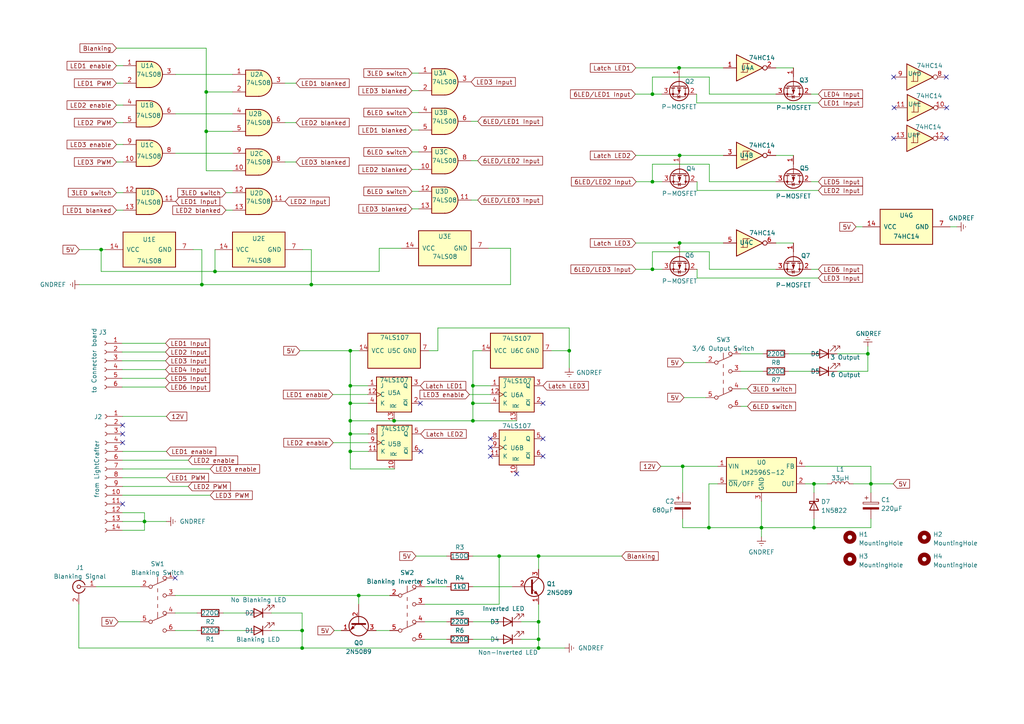
<source format=kicad_sch>
(kicad_sch (version 20211123) (generator eeschema)
  (paper "A4")
  (lib_symbols
    (symbol "74xx:74HC14" (pin_names (offset 1.016))
      (property "Reference" "U" (at 0 1.27 0))
      (property "Value" "74HC14" (at 0 -1.27 0))
      (symbol "74HC14_1_0"
        (pin input line (at -7.62 0 0) (length 3.81) (name "~") (number "1"))
        (pin output inverted (at 7.62 0 180) (length 3.81) (name "~") (number "2"))
      )
      (symbol "74HC14_2_0"
        (pin input line (at -7.62 0 0) (length 3.81) (name "~") (number "3"))
        (pin output inverted (at 7.62 0 180) (length 3.81) (name "~") (number "4"))
      )
      (symbol "74HC14_3_0"
        (pin input line (at -7.62 0 0) (length 3.81) (name "~") (number "5"))
        (pin output inverted (at 7.62 0 180) (length 3.81) (name "~") (number "6"))
      )
      (symbol "74HC14_4_0"
        (pin output inverted (at 7.62 0 180) (length 3.81) (name "~") (number "8"))
        (pin input line (at -7.62 0 0) (length 3.81) (name "~") (number "9"))
      )
      (symbol "74HC14_5_0"
        (pin output inverted (at 7.62 0 180) (length 3.81) (name "~") (number "10"))
        (pin input line (at -7.62 0 0) (length 3.81) (name "~") (number "11"))
      )
      (symbol "74HC14_6_0"
        (pin output inverted (at 7.62 0 180) (length 3.81) (name "~") (number "12"))
        (pin input line (at -7.62 0 0) (length 3.81) (name "~") (number "13"))
      )
      (symbol "74HC14_7_0"
        (pin power_in line (at 0 12.7 270) (length 5.08) (name "VCC") (number "14"))
        (pin power_in line (at 0 -12.7 90) (length 5.08) (name "GND") (number "7"))
      )
    )
    (symbol "74xx:74LS08" (pin_names (offset 1.016))
      (property "Reference" "U" (at 0 1.27 0))
      (property "Value" "74LS08" (at 0 -1.27 0))
      (symbol "74LS08_1_1"
        (pin input line (at -7.62 2.54 0) (length 3.81) (name "~") (number "1"))
        (pin input line (at -7.62 -2.54 0) (length 3.81) (name "~") (number "2"))
        (pin output line (at 7.62 0 180) (length 3.81) (name "~") (number "3"))
      )
      (symbol "74LS08_1_2"
        (pin input inverted (at -7.62 2.54 0) (length 4.318) (name "~") (number "1"))
        (pin input inverted (at -7.62 -2.54 0) (length 4.318) (name "~") (number "2"))
        (pin output inverted (at 7.62 0 180) (length 3.81) (name "~") (number "3"))
      )
      (symbol "74LS08_2_1"
        (pin input line (at -7.62 2.54 0) (length 3.81) (name "~") (number "4"))
        (pin input line (at -7.62 -2.54 0) (length 3.81) (name "~") (number "5"))
        (pin output line (at 7.62 0 180) (length 3.81) (name "~") (number "6"))
      )
      (symbol "74LS08_2_2"
        (pin input inverted (at -7.62 2.54 0) (length 4.318) (name "~") (number "4"))
        (pin input inverted (at -7.62 -2.54 0) (length 4.318) (name "~") (number "5"))
        (pin output inverted (at 7.62 0 180) (length 3.81) (name "~") (number "6"))
      )
      (symbol "74LS08_3_1"
        (pin input line (at -7.62 -2.54 0) (length 3.81) (name "~") (number "10"))
        (pin output line (at 7.62 0 180) (length 3.81) (name "~") (number "8"))
        (pin input line (at -7.62 2.54 0) (length 3.81) (name "~") (number "9"))
      )
      (symbol "74LS08_3_2"
        (pin input inverted (at -7.62 -2.54 0) (length 4.318) (name "~") (number "10"))
        (pin output inverted (at 7.62 0 180) (length 3.81) (name "~") (number "8"))
        (pin input inverted (at -7.62 2.54 0) (length 4.318) (name "~") (number "9"))
      )
      (symbol "74LS08_4_1"
        (pin output line (at 7.62 0 180) (length 3.81) (name "~") (number "11"))
        (pin input line (at -7.62 2.54 0) (length 3.81) (name "~") (number "12"))
        (pin input line (at -7.62 -2.54 0) (length 3.81) (name "~") (number "13"))
      )
      (symbol "74LS08_4_2"
        (pin output inverted (at 7.62 0 180) (length 3.81) (name "~") (number "11"))
        (pin input inverted (at -7.62 2.54 0) (length 4.318) (name "~") (number "12"))
        (pin input inverted (at -7.62 -2.54 0) (length 4.318) (name "~") (number "13"))
      )
      (symbol "74LS08_5_0"
        (pin power_in line (at 0 12.7 270) (length 5.08) (name "VCC") (number "14"))
        (pin power_in line (at 0 -12.7 90) (length 5.08) (name "GND") (number "7"))
      )
    )
    (symbol "74xx:74LS107" (pin_names (offset 1.016))
      (property "Reference" "U" (at -7.62 8.89 0))
      (property "Value" "74LS107" (at -7.62 -8.89 0))
      (symbol "74LS107_1_0"
        (pin input line (at -7.62 2.54 0) (length 2.54) (name "J") (number "1"))
        (pin input clock (at -7.62 0 0) (length 2.54) (name "C") (number "12"))
        (pin input line (at 0 -7.62 90) (length 2.54) (name "~{R}") (number "13"))
        (pin output line (at 7.62 -2.54 180) (length 2.54) (name "~{Q}") (number "2"))
        (pin output line (at 7.62 2.54 180) (length 2.54) (name "Q") (number "3"))
        (pin input line (at -7.62 -2.54 0) (length 2.54) (name "K") (number "4"))
      )
      (symbol "74LS107_2_0"
        (pin input line (at 0 -7.62 90) (length 2.54) (name "~{R}") (number "10"))
        (pin input line (at -7.62 -2.54 0) (length 2.54) (name "K") (number "11"))
        (pin output line (at 7.62 2.54 180) (length 2.54) (name "Q") (number "5"))
        (pin output line (at 7.62 -2.54 180) (length 2.54) (name "~{Q}") (number "6"))
        (pin input line (at -7.62 2.54 0) (length 2.54) (name "J") (number "8"))
        (pin input clock (at -7.62 0 0) (length 2.54) (name "C") (number "9"))
      )
      (symbol "74LS107_3_0"
        (pin power_in line (at 0 10.16 270) (length 2.54) (name "VCC") (number "14"))
        (pin power_in line (at 0 -10.16 90) (length 2.54) (name "GND") (number "7"))
      )
    )
    (symbol "Connector:Conn_01x06_Female" (pin_names (offset 1.016) hide)
      (property "Reference" "J" (at 0 7.62 0))
      (property "Value" "Conn_01x06_Female" (at 0 -10.16 0))
      (symbol "Conn_01x06_Female_1_1"
        (pin passive line (at -5.08 5.08 0) (length 3.81) (name "Pin_1") (number "1"))
        (pin passive line (at -5.08 2.54 0) (length 3.81) (name "Pin_2") (number "2"))
        (pin passive line (at -5.08 0 0) (length 3.81) (name "Pin_3") (number "3"))
        (pin passive line (at -5.08 -2.54 0) (length 3.81) (name "Pin_4") (number "4"))
        (pin passive line (at -5.08 -5.08 0) (length 3.81) (name "Pin_5") (number "5"))
        (pin passive line (at -5.08 -7.62 0) (length 3.81) (name "Pin_6") (number "6"))
      )
    )
    (symbol "Connector:Conn_01x14_Female" (pin_names (offset 1.016) hide)
      (property "Reference" "J" (at 0 17.78 0))
      (property "Value" "Conn_01x14_Female" (at 0 -20.32 0))
      (symbol "Conn_01x14_Female_1_1"
        (pin passive line (at -5.08 15.24 0) (length 3.81) (name "Pin_1") (number "1"))
        (pin passive line (at -5.08 -7.62 0) (length 3.81) (name "Pin_10") (number "10"))
        (pin passive line (at -5.08 -10.16 0) (length 3.81) (name "Pin_11") (number "11"))
        (pin passive line (at -5.08 -12.7 0) (length 3.81) (name "Pin_12") (number "12"))
        (pin passive line (at -5.08 -15.24 0) (length 3.81) (name "Pin_13") (number "13"))
        (pin passive line (at -5.08 -17.78 0) (length 3.81) (name "Pin_14") (number "14"))
        (pin passive line (at -5.08 12.7 0) (length 3.81) (name "Pin_2") (number "2"))
        (pin passive line (at -5.08 10.16 0) (length 3.81) (name "Pin_3") (number "3"))
        (pin passive line (at -5.08 7.62 0) (length 3.81) (name "Pin_4") (number "4"))
        (pin passive line (at -5.08 5.08 0) (length 3.81) (name "Pin_5") (number "5"))
        (pin passive line (at -5.08 2.54 0) (length 3.81) (name "Pin_6") (number "6"))
        (pin passive line (at -5.08 0 0) (length 3.81) (name "Pin_7") (number "7"))
        (pin passive line (at -5.08 -2.54 0) (length 3.81) (name "Pin_8") (number "8"))
        (pin passive line (at -5.08 -5.08 0) (length 3.81) (name "Pin_9") (number "9"))
      )
    )
    (symbol "Connector:Conn_Coaxial" (pin_names (offset 1.016) hide)
      (property "Reference" "J" (at 0.254 3.048 0))
      (property "Value" "Conn_Coaxial" (at 2.921 0 90))
      (symbol "Conn_Coaxial_1_1"
        (pin passive line (at -5.08 0 0) (length 2.54) (name "In") (number "1"))
        (pin passive line (at 0 -5.08 90) (length 2.54) (name "Ext") (number "2"))
      )
    )
    (symbol "Device:C_Polarized" (pin_numbers hide) (pin_names (offset 0.254))
      (property "Reference" "C" (at 0.635 2.54 0))
      (property "Value" "C_Polarized" (at 0.635 -2.54 0))
      (symbol "C_Polarized_1_1"
        (pin passive line (at 0 3.81 270) (length 2.794) (name "~") (number "1"))
        (pin passive line (at 0 -3.81 90) (length 2.794) (name "~") (number "2"))
      )
    )
    (symbol "Device:L" (pin_numbers hide) (pin_names (offset 1.016) hide)
      (property "Reference" "L" (at -1.27 0 90))
      (property "Value" "L" (at 1.905 0 90))
      (symbol "L_1_1"
        (pin passive line (at 0 3.81 270) (length 1.27) (name "1") (number "1"))
        (pin passive line (at 0 -3.81 90) (length 1.27) (name "2") (number "2"))
      )
    )
    (symbol "Device:LED" (pin_numbers hide) (pin_names (offset 1.016) hide)
      (property "Reference" "D" (at 0 2.54 0))
      (property "Value" "LED" (at 0 -2.54 0))
      (symbol "LED_1_1"
        (pin passive line (at -3.81 0 0) (length 2.54) (name "K") (number "1"))
        (pin passive line (at 3.81 0 180) (length 2.54) (name "A") (number "2"))
      )
    )
    (symbol "Device:R" (pin_numbers hide) (pin_names (offset 0))
      (property "Reference" "R" (at 2.032 0 90))
      (property "Value" "R" (at 0 0 90))
      (symbol "R_1_1"
        (pin passive line (at 0 3.81 270) (length 1.27) (name "~") (number "1"))
        (pin passive line (at 0 -3.81 90) (length 1.27) (name "~") (number "2"))
      )
    )
    (symbol "Diode:1N5821" (pin_numbers hide) (pin_names (offset 1.016) hide)
      (property "Reference" "D" (at 0 2.54 0))
      (property "Value" "1N5821" (at 0 -2.54 0))
      (symbol "1N5821_1_1"
        (pin passive line (at -3.81 0 0) (length 2.54) (name "K") (number "1"))
        (pin passive line (at 3.81 0 180) (length 2.54) (name "A") (number "2"))
      )
    )
    (symbol "Mechanical:MountingHole" (pin_names (offset 1.016))
      (property "Reference" "H" (at 0 5.08 0))
      (property "Value" "MountingHole" (at 0 3.175 0))
    )
    (symbol "Regulator_Switching:LM2596S-12"
      (property "Reference" "U" (at -10.16 6.35 0))
      (property "Value" "LM2596S-12" (at 0 6.35 0))
      (symbol "LM2596S-12_1_1"
        (pin power_in line (at -12.7 2.54 0) (length 2.54) (name "VIN") (number "1"))
        (pin output line (at 12.7 -2.54 180) (length 2.54) (name "OUT") (number "2"))
        (pin power_in line (at 0 -7.62 90) (length 2.54) (name "GND") (number "3"))
        (pin input line (at 12.7 2.54 180) (length 2.54) (name "FB") (number "4"))
        (pin input line (at -12.7 -2.54 0) (length 2.54) (name "~{ON}/OFF") (number "5"))
      )
    )
    (symbol "Switch:SW_Push_DPDT" (pin_names (offset 0) hide)
      (property "Reference" "SW" (at 0 8.89 0))
      (property "Value" "SW_Push_DPDT" (at 0 -10.16 0))
      (symbol "SW_Push_DPDT_1_1"
        (pin passive line (at 5.08 7.62 180) (length 2.54) (name "A") (number "1"))
        (pin passive line (at -5.08 5.08 0) (length 2.54) (name "B") (number "2"))
        (pin passive line (at 5.08 2.54 180) (length 2.54) (name "C") (number "3"))
        (pin passive line (at 5.08 -2.54 180) (length 2.54) (name "A") (number "4"))
        (pin passive line (at -5.08 -5.08 0) (length 2.54) (name "B") (number "5"))
        (pin passive line (at 5.08 -7.62 180) (length 2.54) (name "C") (number "6"))
      )
    )
    (symbol "Transistor_BJT:2N2219" (pin_names (offset 0) hide)
      (property "Reference" "Q" (at 5.08 1.905 0))
      (property "Value" "2N2219" (at 5.08 0 0))
      (symbol "2N2219_1_1"
        (pin passive line (at 2.54 -5.08 90) (length 2.54) (name "E") (number "1"))
        (pin passive line (at -5.08 0 0) (length 5.715) (name "B") (number "2"))
        (pin passive line (at 2.54 5.08 270) (length 2.54) (name "C") (number "3"))
      )
    )
    (symbol "Transistor_FET:IRF4905" (pin_names hide)
      (property "Reference" "Q" (at 5.08 1.905 0))
      (property "Value" "IRF4905" (at 5.08 0 0))
      (symbol "IRF4905_1_1"
        (pin input line (at -5.08 0 0) (length 2.54) (name "G") (number "1"))
        (pin passive line (at 2.54 5.08 270) (length 2.54) (name "D") (number "2"))
        (pin passive line (at 2.54 -5.08 90) (length 2.54) (name "S") (number "3"))
      )
    )
    (symbol "power:GNDREF" (power) (pin_names (offset 0))
      (property "Value" "GNDREF" (at 0 -3.81 0))
      (symbol "GNDREF_1_1"
        (pin power_in line (at 0 0 270) (length 0) hide (name "GNDREF") (number "1"))
      )
    )
  )
  (junction (at 196.977 19.685))
  (junction (at 87.63 182.88))
  (junction (at 156.21 161.29))
  (junction (at 156.21 185.42))
  (junction (at 236.093 153.035))
  (junction (at 165.1 101.727))
  (junction (at 137.16 116.967))
  (junction (at 251.714 102.616))
  (junction (at 101.6 101.727))
  (junction (at 197.104 70.485))
  (junction (at 62.357 78.74))
  (junction (at 156.21 187.96))
  (junction (at 252.603 140.335))
  (junction (at 101.6 122.047))
  (junction (at 101.6 130.937))
  (junction (at 114.3 122.047))
  (junction (at 189.23 27.305))
  (junction (at 197.993 135.255))
  (junction (at 104.0384 172.72))
  (junction (at 236.093 140.335))
  (junction (at 189.23 52.705))
  (junction (at 58.547 82.55))
  (junction (at 101.6 125.857))
  (junction (at 101.6 116.967))
  (junction (at 137.16 122.047))
  (junction (at 41.91 151.257))
  (junction (at 189.23 78.105))
  (junction (at 156.21 180.34))
  (junction (at 90.297 82.55))
  (junction (at 29.337 72.39))
  (junction (at 59.817 38.1))
  (junction (at 197.104 45.085))
  (junction (at 59.817 26.67))
  (junction (at 205.613 153.035))
  (junction (at 87.63 187.96))
  (junction (at 220.853 153.035))
  (junction (at 144.78 161.29))
  (junction (at 101.6 111.887))
  (junction (at 137.16 111.887))
  (no_connect (at 142.24 132.334))
  (no_connect (at 142.24 129.794))
  (no_connect (at 142.24 127.254))
  (no_connect (at 149.86 137.414))
  (no_connect (at 157.48 127.254))
  (no_connect (at 157.48 132.334))
  (no_connect (at 157.48 116.967))
  (no_connect (at 50.8 167.64))
  (no_connect (at 259.207 40.132))
  (no_connect (at 259.334 31.242))
  (no_connect (at 274.574 31.242))
  (no_connect (at 274.447 40.132))
  (no_connect (at 259.207 22.352))
  (no_connect (at 274.447 22.352))
  (no_connect (at 35.56 146.177))
  (no_connect (at 35.56 128.397))
  (no_connect (at 35.56 125.857))
  (no_connect (at 35.56 123.317))
  (no_connect (at 122.047 130.937))
  (no_connect (at 121.92 116.967))
  (wire (pts (xy 35.56 130.937) (xy 48.26 130.937)))
  (wire (pts (xy 137.16 122.047) (xy 149.86 122.047)))
  (wire (pts (xy 137.16 161.29) (xy 144.78 161.29)))
  (wire (pts (xy 156.21 161.29) (xy 180.34 161.29)))
  (wire (pts (xy 48.006 107.188) (xy 35.433 107.188)))
  (wire (pts (xy 119.507 44.069) (xy 121.412 44.069)))
  (wire (pts (xy 137.16 101.727) (xy 137.16 111.887)))
  (wire (pts (xy 144.78 161.29) (xy 144.78 175.26)))
  (wire (pts (xy 137.16 116.967) (xy 137.16 122.047)))
  (wire (pts (xy 33.782 35.56) (xy 35.687 35.56)))
  (wire (pts (xy 252.603 135.255) (xy 252.603 140.335)))
  (wire (pts (xy 87.63 182.88) (xy 87.63 177.8)))
  (wire (pts (xy 35.56 143.637) (xy 60.96 143.637)))
  (wire (pts (xy 251.714 100.457) (xy 251.714 102.616)))
  (wire (pts (xy 202.184 78.105) (xy 202.184 80.645)))
  (wire (pts (xy 119.507 55.499) (xy 121.412 55.499)))
  (wire (pts (xy 143.51 185.42) (xy 137.16 185.42)))
  (wire (pts (xy 101.6 122.047) (xy 101.6 125.857)))
  (wire (pts (xy 205.74 78.105) (xy 205.74 73.025)))
  (wire (pts (xy 198.374 105.156) (xy 204.724 105.156)))
  (wire (pts (xy 78.74 182.88) (xy 87.63 182.88)))
  (wire (pts (xy 252.603 140.335) (xy 259.08 140.335)))
  (wire (pts (xy 220.853 145.415) (xy 220.853 153.035)))
  (wire (pts (xy 156.21 180.34) (xy 156.21 185.42)))
  (wire (pts (xy 119.507 60.579) (xy 121.412 60.579)))
  (wire (pts (xy 250.19 65.786) (xy 248.285 65.786)))
  (wire (pts (xy 184.404 19.685) (xy 196.977 19.685)))
  (wire (pts (xy 129.54 185.42) (xy 123.19 185.42)))
  (wire (pts (xy 62.357 78.74) (xy 109.982 78.74)))
  (wire (pts (xy 27.94 170.18) (xy 40.64 170.18)))
  (wire (pts (xy 59.817 38.1) (xy 59.817 49.53)))
  (wire (pts (xy 137.16 170.18) (xy 148.59 170.18)))
  (wire (pts (xy 156.21 185.42) (xy 151.13 185.42)))
  (wire (pts (xy 197.104 45.085) (xy 209.804 45.085)))
  (wire (pts (xy 192.024 52.705) (xy 189.23 52.705)))
  (wire (pts (xy 129.54 180.34) (xy 123.19 180.34)))
  (wire (pts (xy 205.74 73.025) (xy 189.23 73.025)))
  (wire (pts (xy 82.677 46.99) (xy 85.852 46.99)))
  (wire (pts (xy 96.52 114.427) (xy 106.68 114.427)))
  (wire (pts (xy 59.817 13.97) (xy 59.817 26.67)))
  (wire (pts (xy 189.23 22.352) (xy 205.74 22.352)))
  (wire (pts (xy 41.91 153.797) (xy 35.56 153.797)))
  (wire (pts (xy 127 95.123) (xy 165.1 95.123)))
  (wire (pts (xy 197.993 150.495) (xy 197.993 153.035)))
  (wire (pts (xy 104.0384 172.72) (xy 104.0384 175.26)))
  (wire (pts (xy 101.6 130.937) (xy 106.807 130.937)))
  (wire (pts (xy 35.56 136.017) (xy 60.96 136.017)))
  (wire (pts (xy 189.23 22.352) (xy 189.23 27.305)))
  (wire (pts (xy 189.23 27.305) (xy 191.897 27.305)))
  (wire (pts (xy 101.6 101.727) (xy 101.6 111.887)))
  (wire (pts (xy 62.357 78.74) (xy 62.357 72.39)))
  (wire (pts (xy 87.63 177.8) (xy 78.74 177.8)))
  (wire (pts (xy 251.714 102.616) (xy 242.824 102.616)))
  (wire (pts (xy 225.044 27.305) (xy 205.74 27.305)))
  (wire (pts (xy 214.884 112.776) (xy 216.789 112.776)))
  (wire (pts (xy 101.6 116.967) (xy 106.68 116.967)))
  (wire (pts (xy 148.082 72.009) (xy 141.732 72.009)))
  (wire (pts (xy 156.21 187.96) (xy 163.83 187.96)))
  (wire (pts (xy 101.6 101.727) (xy 104.14 101.727)))
  (wire (pts (xy 35.56 133.477) (xy 54.61 133.477)))
  (wire (pts (xy 114.3 122.047) (xy 137.16 122.047)))
  (wire (pts (xy 184.404 70.485) (xy 197.104 70.485)))
  (wire (pts (xy 197.993 135.255) (xy 197.993 142.875)))
  (wire (pts (xy 151.13 180.34) (xy 156.21 180.34)))
  (wire (pts (xy 65.532 55.88) (xy 67.437 55.88)))
  (wire (pts (xy 236.093 150.495) (xy 236.093 153.035)))
  (wire (pts (xy 251.714 102.616) (xy 251.714 107.696)))
  (wire (pts (xy 33.782 41.91) (xy 35.687 41.91)))
  (wire (pts (xy 165.1 101.727) (xy 165.1 95.123)))
  (wire (pts (xy 123.19 170.18) (xy 129.54 170.18)))
  (wire (pts (xy 142.24 111.887) (xy 137.16 111.887)))
  (wire (pts (xy 119.507 26.289) (xy 121.412 26.289)))
  (wire (pts (xy 119.507 21.209) (xy 121.412 21.209)))
  (wire (pts (xy 197.993 135.255) (xy 208.153 135.255)))
  (wire (pts (xy 184.404 45.085) (xy 197.104 45.085)))
  (wire (pts (xy 156.21 175.26) (xy 156.21 180.34)))
  (wire (pts (xy 106.68 111.887) (xy 101.6 111.887)))
  (wire (pts (xy 235.204 27.305) (xy 237.363 27.305)))
  (wire (pts (xy 29.337 72.39) (xy 30.607 72.39)))
  (wire (pts (xy 22.987 82.55) (xy 58.547 82.55)))
  (wire (pts (xy 101.6 122.047) (xy 114.3 122.047)))
  (wire (pts (xy 50.8 177.8) (xy 57.15 177.8)))
  (wire (pts (xy 104.0384 172.72) (xy 113.03 172.72)))
  (wire (pts (xy 59.817 26.67) (xy 59.817 38.1)))
  (wire (pts (xy 41.91 151.257) (xy 41.91 153.797)))
  (wire (pts (xy 235.204 107.696) (xy 228.854 107.696)))
  (wire (pts (xy 101.6 136.017) (xy 101.6 130.937)))
  (wire (pts (xy 148.082 82.55) (xy 148.082 72.009)))
  (wire (pts (xy 236.093 153.035) (xy 252.603 153.035)))
  (wire (pts (xy 205.74 27.305) (xy 205.74 22.352)))
  (wire (pts (xy 33.782 19.05) (xy 35.687 19.05)))
  (wire (pts (xy 82.677 24.13) (xy 85.852 24.13)))
  (wire (pts (xy 235.204 52.705) (xy 237.363 52.705)))
  (wire (pts (xy 48.006 102.108) (xy 35.433 102.108)))
  (wire (pts (xy 225.044 19.685) (xy 230.124 19.685)))
  (wire (pts (xy 143.51 180.34) (xy 137.16 180.34)))
  (wire (pts (xy 65.532 60.96) (xy 67.437 60.96)))
  (wire (pts (xy 235.204 78.105) (xy 237.363 78.105)))
  (wire (pts (xy 202.057 29.845) (xy 237.363 29.845)))
  (wire (pts (xy 225.044 52.705) (xy 205.74 52.705)))
  (wire (pts (xy 71.12 182.88) (xy 64.77 182.88)))
  (wire (pts (xy 221.234 102.616) (xy 214.884 102.616)))
  (wire (pts (xy 202.184 52.705) (xy 202.184 55.245)))
  (wire (pts (xy 96.647 128.397) (xy 106.807 128.397)))
  (wire (pts (xy 59.817 26.67) (xy 67.437 26.67)))
  (wire (pts (xy 35.56 120.777) (xy 48.26 120.777)))
  (wire (pts (xy 101.6 116.967) (xy 101.6 122.047)))
  (wire (pts (xy 48.006 104.648) (xy 35.433 104.648)))
  (wire (pts (xy 82.677 35.56) (xy 85.852 35.56)))
  (wire (pts (xy 41.91 148.717) (xy 41.91 151.257)))
  (wire (pts (xy 33.782 46.99) (xy 35.687 46.99)))
  (wire (pts (xy 96.9264 182.88) (xy 98.9584 182.88)))
  (wire (pts (xy 33.782 30.48) (xy 35.687 30.48)))
  (wire (pts (xy 189.23 47.625) (xy 205.74 47.625)))
  (wire (pts (xy 101.6 111.887) (xy 101.6 116.967)))
  (wire (pts (xy 50.8 172.72) (xy 104.0384 172.72)))
  (wire (pts (xy 33.782 60.96) (xy 35.687 60.96)))
  (wire (pts (xy 165.1 106.68) (xy 165.1 101.727)))
  (wire (pts (xy 236.093 140.335) (xy 239.903 140.335)))
  (wire (pts (xy 33.782 13.97) (xy 59.817 13.97)))
  (wire (pts (xy 136.652 46.609) (xy 138.557 46.609)))
  (wire (pts (xy 119.507 49.149) (xy 121.412 49.149)))
  (wire (pts (xy 22.987 72.39) (xy 29.337 72.39)))
  (wire (pts (xy 50.927 21.59) (xy 67.437 21.59)))
  (wire (pts (xy 144.78 175.26) (xy 123.19 175.26)))
  (wire (pts (xy 189.23 47.625) (xy 189.23 52.705)))
  (wire (pts (xy 41.91 151.257) (xy 48.26 151.257)))
  (wire (pts (xy 202.057 29.845) (xy 202.057 27.305)))
  (wire (pts (xy 35.56 151.257) (xy 41.91 151.257)))
  (wire (pts (xy 50.8 182.88) (xy 57.15 182.88)))
  (wire (pts (xy 137.16 111.887) (xy 137.16 116.967)))
  (wire (pts (xy 220.853 153.035) (xy 220.853 155.702)))
  (wire (pts (xy 33.782 55.88) (xy 35.687 55.88)))
  (wire (pts (xy 184.277 27.305) (xy 189.23 27.305)))
  (wire (pts (xy 225.044 45.085) (xy 230.124 45.085)))
  (wire (pts (xy 50.927 44.45) (xy 67.437 44.45)))
  (wire (pts (xy 136.144 114.427) (xy 142.24 114.427)))
  (wire (pts (xy 35.56 141.097) (xy 54.61 141.097)))
  (wire (pts (xy 208.153 140.335) (xy 205.613 140.335)))
  (wire (pts (xy 59.817 38.1) (xy 67.437 38.1)))
  (wire (pts (xy 233.553 135.255) (xy 252.603 135.255)))
  (wire (pts (xy 221.234 107.696) (xy 214.884 107.696)))
  (wire (pts (xy 184.404 78.105) (xy 189.23 78.105)))
  (wire (pts (xy 120.65 161.29) (xy 129.54 161.29)))
  (wire (pts (xy 59.817 49.53) (xy 67.437 49.53)))
  (wire (pts (xy 29.337 72.39) (xy 29.337 78.74)))
  (wire (pts (xy 35.56 138.557) (xy 48.26 138.557)))
  (wire (pts (xy 205.613 140.335) (xy 205.613 153.035)))
  (wire (pts (xy 139.7 101.727) (xy 137.16 101.727)))
  (wire (pts (xy 156.21 161.29) (xy 144.78 161.29)))
  (wire (pts (xy 220.853 153.035) (xy 236.093 153.035)))
  (wire (pts (xy 189.23 52.705) (xy 184.531 52.705)))
  (wire (pts (xy 277.495 65.786) (xy 275.59 65.786)))
  (wire (pts (xy 90.297 72.39) (xy 87.757 72.39)))
  (wire (pts (xy 204.724 115.316) (xy 198.374 115.316)))
  (wire (pts (xy 233.553 140.335) (xy 236.093 140.335)))
  (wire (pts (xy 136.652 58.039) (xy 138.557 58.039)))
  (wire (pts (xy 48.006 109.728) (xy 35.433 109.728)))
  (wire (pts (xy 90.297 82.55) (xy 148.082 82.55)))
  (wire (pts (xy 252.603 140.335) (xy 247.523 140.335)))
  (wire (pts (xy 225.044 70.485) (xy 230.124 70.485)))
  (wire (pts (xy 119.507 32.639) (xy 121.412 32.639)))
  (wire (pts (xy 109.982 78.74) (xy 109.982 72.009)))
  (wire (pts (xy 87.63 187.96) (xy 87.63 182.88)))
  (wire (pts (xy 237.363 80.645) (xy 202.184 80.645)))
  (wire (pts (xy 50.927 33.02) (xy 67.437 33.02)))
  (wire (pts (xy 236.093 140.335) (xy 236.093 142.875)))
  (wire (pts (xy 197.993 153.035) (xy 205.613 153.035)))
  (wire (pts (xy 127 101.727) (xy 127 95.123)))
  (wire (pts (xy 35.56 148.717) (xy 41.91 148.717)))
  (wire (pts (xy 156.21 185.42) (xy 156.21 187.96)))
  (wire (pts (xy 252.603 140.335) (xy 252.603 142.875)))
  (wire (pts (xy 160.02 101.727) (xy 165.1 101.727)))
  (wire (pts (xy 58.547 82.55) (xy 90.297 82.55)))
  (wire (pts (xy 205.613 153.035) (xy 220.853 153.035)))
  (wire (pts (xy 48.006 112.268) (xy 35.433 112.268)))
  (wire (pts (xy 137.16 116.967) (xy 142.24 116.967)))
  (wire (pts (xy 101.6 125.857) (xy 106.807 125.857)))
  (wire (pts (xy 22.86 175.26) (xy 22.86 187.96)))
  (wire (pts (xy 189.23 73.025) (xy 189.23 78.105)))
  (wire (pts (xy 242.824 107.696) (xy 251.714 107.696)))
  (wire (pts (xy 101.6 125.857) (xy 101.6 130.937)))
  (wire (pts (xy 197.104 70.485) (xy 209.804 70.485)))
  (wire (pts (xy 156.21 161.29) (xy 156.21 165.1)))
  (wire (pts (xy 90.297 72.39) (xy 90.297 82.55)))
  (wire (pts (xy 136.652 35.179) (xy 138.557 35.179)))
  (wire (pts (xy 48.006 99.568) (xy 35.433 99.568)))
  (wire (pts (xy 71.12 177.8) (xy 64.77 177.8)))
  (wire (pts (xy 33.782 24.13) (xy 35.687 24.13)))
  (wire (pts (xy 189.23 78.105) (xy 192.024 78.105)))
  (wire (pts (xy 58.547 72.39) (xy 58.547 82.55)))
  (wire (pts (xy 29.337 78.74) (xy 62.357 78.74)))
  (wire (pts (xy 109.982 72.009) (xy 116.332 72.009)))
  (wire (pts (xy 196.977 19.685) (xy 209.804 19.685)))
  (wire (pts (xy 205.74 52.705) (xy 205.74 47.625)))
  (wire (pts (xy 235.204 102.616) (xy 228.854 102.616)))
  (wire (pts (xy 114.427 136.017) (xy 101.6 136.017)))
  (wire (pts (xy 40.64 180.34) (xy 34.29 180.34)))
  (wire (pts (xy 119.507 37.719) (xy 121.412 37.719)))
  (wire (pts (xy 214.884 117.856) (xy 216.789 117.856)))
  (wire (pts (xy 113.03 182.88) (xy 109.1184 182.88)))
  (wire (pts (xy 237.363 55.245) (xy 202.184 55.245)))
  (wire (pts (xy 101.6 101.727) (xy 86.995 101.727)))
  (wire (pts (xy 191.643 135.255) (xy 197.993 135.255)))
  (wire (pts (xy 22.86 187.96) (xy 87.63 187.96)))
  (wire (pts (xy 124.46 101.727) (xy 127 101.727)))
  (wire (pts (xy 87.63 187.96) (xy 156.21 187.96)))
  (wire (pts (xy 225.044 78.105) (xy 205.74 78.105)))
  (wire (pts (xy 252.603 150.495) (xy 252.603 153.035)))
  (wire (pts (xy 56.007 72.39) (xy 58.547 72.39)))
  (global_label "6LED{slash}LED2 Input" (shape input) (at 138.557 46.609 0) (property "Intersheet References" "${INTERSHEET_REFS}" (effects hide)))
  (global_label "LED3 enable" (shape input) (at 60.96 136.017 0) (property "Intersheet References" "${INTERSHEET_REFS}" (effects hide)))
  (global_label "LED2 Input" (shape input) (at 237.363 55.245 0) (property "Intersheet References" "${INTERSHEET_REFS}" (effects hide)))
  (global_label "LED3 Input" (shape input) (at 237.363 80.645 0) (property "Intersheet References" "${INTERSHEET_REFS}" (effects hide)))
  (global_label "LED4 Input" (shape input) (at 237.363 27.305 0) (property "Intersheet References" "${INTERSHEET_REFS}" (effects hide)))
  (global_label "LED2 PWM" (shape input) (at 33.782 35.56 180) (property "Intersheet References" "${INTERSHEET_REFS}" (effects hide)))
  (global_label "LED3 blanked" (shape input) (at 85.852 46.99 0) (property "Intersheet References" "${INTERSHEET_REFS}" (effects hide)))
  (global_label "LED3 blanked" (shape input) (at 119.507 26.289 180) (property "Intersheet References" "${INTERSHEET_REFS}" (effects hide)))
  (global_label "6LED{slash}LED3 Input" (shape input) (at 138.557 58.039 0) (property "Intersheet References" "${INTERSHEET_REFS}" (effects hide)))
  (global_label "12V" (shape input) (at 48.26 120.777 0) (property "Intersheet References" "${INTERSHEET_REFS}" (effects hide)))
  (global_label "Blanking" (shape input) (at 33.782 13.97 180) (property "Intersheet References" "${INTERSHEET_REFS}" (effects hide)))
  (global_label "LED3 PWM" (shape input) (at 60.96 143.637 0) (property "Intersheet References" "${INTERSHEET_REFS}" (effects hide)))
  (global_label "LED4 Input" (shape input) (at 48.006 107.188 0) (property "Intersheet References" "${INTERSHEET_REFS}" (effects hide)))
  (global_label "5V" (shape input) (at 22.987 72.39 180) (property "Intersheet References" "${INTERSHEET_REFS}" (effects hide)))
  (global_label "5V" (shape input) (at 96.9264 182.88 180) (property "Intersheet References" "${INTERSHEET_REFS}" (effects hide)))
  (global_label "5V" (shape input) (at 259.08 140.335 0) (property "Intersheet References" "${INTERSHEET_REFS}" (effects hide)))
  (global_label "5V" (shape input) (at 198.374 115.316 180) (property "Intersheet References" "${INTERSHEET_REFS}" (effects hide)))
  (global_label "LED1 PWM" (shape input) (at 33.782 24.13 180) (property "Intersheet References" "${INTERSHEET_REFS}" (effects hide)))
  (global_label "6LED{slash}LED1 Input" (shape input) (at 138.557 35.179 0) (property "Intersheet References" "${INTERSHEET_REFS}" (effects hide)))
  (global_label "Latch LED2" (shape input) (at 184.404 45.085 180) (property "Intersheet References" "${INTERSHEET_REFS}" (effects hide)))
  (global_label "6LED switch" (shape input) (at 216.789 117.856 0) (property "Intersheet References" "${INTERSHEET_REFS}" (effects hide)))
  (global_label "LED2 enable" (shape input) (at 33.782 30.48 180) (property "Intersheet References" "${INTERSHEET_REFS}" (effects hide)))
  (global_label "Blanking" (shape input) (at 180.34 161.29 0) (property "Intersheet References" "${INTERSHEET_REFS}" (effects hide)))
  (global_label "LED1 Input" (shape input) (at 50.927 58.42 0) (property "Intersheet References" "${INTERSHEET_REFS}" (effects hide)))
  (global_label "3LED switch" (shape input) (at 216.789 112.776 0) (property "Intersheet References" "${INTERSHEET_REFS}" (effects hide)))
  (global_label "LED3 Input" (shape input) (at 136.652 23.749 0) (property "Intersheet References" "${INTERSHEET_REFS}" (effects hide)))
  (global_label "LED6 Input" (shape input) (at 237.363 78.105 0) (property "Intersheet References" "${INTERSHEET_REFS}" (effects hide)))
  (global_label "LED2 blanked" (shape input) (at 65.532 60.96 180) (property "Intersheet References" "${INTERSHEET_REFS}" (effects hide)))
  (global_label "LED1 blanked" (shape input) (at 85.852 24.13 0) (property "Intersheet References" "${INTERSHEET_REFS}" (effects hide)))
  (global_label "6LED switch" (shape input) (at 119.507 32.639 180) (property "Intersheet References" "${INTERSHEET_REFS}" (effects hide)))
  (global_label "LED3 enable" (shape input) (at 136.144 114.427 180) (property "Intersheet References" "${INTERSHEET_REFS}" (effects hide)))
  (global_label "LED1 Input" (shape input) (at 237.363 29.845 0) (property "Intersheet References" "${INTERSHEET_REFS}" (effects hide)))
  (global_label "LED1 blanked" (shape input) (at 33.782 60.96 180) (property "Intersheet References" "${INTERSHEET_REFS}" (effects hide)))
  (global_label "Latch LED3" (shape input) (at 157.48 111.887 0) (property "Intersheet References" "${INTERSHEET_REFS}" (effects hide)))
  (global_label "LED3 enable" (shape input) (at 33.782 41.91 180) (property "Intersheet References" "${INTERSHEET_REFS}" (effects hide)))
  (global_label "LED2 enable" (shape input) (at 96.647 128.397 180) (property "Intersheet References" "${INTERSHEET_REFS}" (effects hide)))
  (global_label "LED2 Input" (shape input) (at 48.006 102.108 0) (property "Intersheet References" "${INTERSHEET_REFS}" (effects hide)))
  (global_label "5V" (shape input) (at 120.65 161.29 180) (property "Intersheet References" "${INTERSHEET_REFS}" (effects hide)))
  (global_label "12V" (shape input) (at 191.643 135.255 180) (property "Intersheet References" "${INTERSHEET_REFS}" (effects hide)))
  (global_label "6LED{slash}LED1 Input" (shape input) (at 184.277 27.305 180) (property "Intersheet References" "${INTERSHEET_REFS}" (effects hide)))
  (global_label "LED2 PWM" (shape input) (at 54.61 141.097 0) (property "Intersheet References" "${INTERSHEET_REFS}" (effects hide)))
  (global_label "LED1 enable" (shape input) (at 33.782 19.05 180) (property "Intersheet References" "${INTERSHEET_REFS}" (effects hide)))
  (global_label "LED2 Input" (shape input) (at 82.677 58.42 0) (property "Intersheet References" "${INTERSHEET_REFS}" (effects hide)))
  (global_label "LED3 PWM" (shape input) (at 33.782 46.99 180) (property "Intersheet References" "${INTERSHEET_REFS}" (effects hide)))
  (global_label "6LED{slash}LED3 Input" (shape input) (at 184.404 78.105 180) (property "Intersheet References" "${INTERSHEET_REFS}" (effects hide)))
  (global_label "6LED switch" (shape input) (at 119.507 55.499 180) (property "Intersheet References" "${INTERSHEET_REFS}" (effects hide)))
  (global_label "LED5 Input" (shape input) (at 237.363 52.705 0) (property "Intersheet References" "${INTERSHEET_REFS}" (effects hide)))
  (global_label "LED1 Input" (shape input) (at 48.006 99.568 0) (property "Intersheet References" "${INTERSHEET_REFS}" (effects hide)))
  (global_label "5V" (shape input) (at 34.29 180.34 180) (property "Intersheet References" "${INTERSHEET_REFS}" (effects hide)))
  (global_label "Latch LED3" (shape input) (at 184.404 70.485 180) (property "Intersheet References" "${INTERSHEET_REFS}" (effects hide)))
  (global_label "LED3 blanked" (shape input) (at 119.507 60.579 180) (property "Intersheet References" "${INTERSHEET_REFS}" (effects hide)))
  (global_label "LED1 blanked" (shape input) (at 119.507 37.719 180) (property "Intersheet References" "${INTERSHEET_REFS}" (effects hide)))
  (global_label "LED1 enable" (shape input) (at 96.52 114.427 180) (property "Intersheet References" "${INTERSHEET_REFS}" (effects hide)))
  (global_label "LED6 Input" (shape input) (at 48.006 112.268 0) (property "Intersheet References" "${INTERSHEET_REFS}" (effects hide)))
  (global_label "LED5 Input" (shape input) (at 48.006 109.728 0) (property "Intersheet References" "${INTERSHEET_REFS}" (effects hide)))
  (global_label "Latch LED1" (shape input) (at 184.404 19.685 180) (property "Intersheet References" "${INTERSHEET_REFS}" (effects hide)))
  (global_label "LED2 blanked" (shape input) (at 119.507 49.149 180) (property "Intersheet References" "${INTERSHEET_REFS}" (effects hide)))
  (global_label "LED2 enable" (shape input) (at 54.61 133.477 0) (property "Intersheet References" "${INTERSHEET_REFS}" (effects hide)))
  (global_label "LED2 blanked" (shape input) (at 85.852 35.56 0) (property "Intersheet References" "${INTERSHEET_REFS}" (effects hide)))
  (global_label "3LED switch" (shape input) (at 65.532 55.88 180) (property "Intersheet References" "${INTERSHEET_REFS}" (effects hide)))
  (global_label "6LED{slash}LED2 Input" (shape input) (at 184.531 52.705 180) (property "Intersheet References" "${INTERSHEET_REFS}" (effects hide)))
  (global_label "5V" (shape input) (at 86.995 101.727 180) (property "Intersheet References" "${INTERSHEET_REFS}" (effects hide)))
  (global_label "3LED switch" (shape input) (at 33.782 55.88 180) (property "Intersheet References" "${INTERSHEET_REFS}" (effects hide)))
  (global_label "LED3 Input" (shape input) (at 48.006 104.648 0) (property "Intersheet References" "${INTERSHEET_REFS}" (effects hide)))
  (global_label "3LED switch" (shape input) (at 119.507 21.209 180) (property "Intersheet References" "${INTERSHEET_REFS}" (effects hide)))
  (global_label "Latch LED2" (shape input) (at 122.047 125.857 0) (property "Intersheet References" "${INTERSHEET_REFS}" (effects hide)))
  (global_label "LED1 PWM" (shape input) (at 48.26 138.557 0) (property "Intersheet References" "${INTERSHEET_REFS}" (effects hide)))
  (global_label "5V" (shape input) (at 198.374 105.156 180) (property "Intersheet References" "${INTERSHEET_REFS}" (effects hide)))
  (global_label "6LED switch" (shape input) (at 119.507 44.069 180) (property "Intersheet References" "${INTERSHEET_REFS}" (effects hide)))
  (global_label "Latch LED1" (shape input) (at 121.92 111.887 0) (property "Intersheet References" "${INTERSHEET_REFS}" (effects hide)))
  (global_label "5V" (shape input) (at 248.285 65.786 180) (property "Intersheet References" "${INTERSHEET_REFS}" (effects hide)))
  (global_label "LED1 enable" (shape input) (at 48.26 130.937 0) (property "Intersheet References" "${INTERSHEET_REFS}" (effects hide)))
  (symbol (lib_id "Switch:SW_Push_DPDT") (at 118.11 177.8 0) (unit 1)
    (property "Reference" "SW2" (at 118.11 166.0992 0))
    (property "Value" "Blanking Inverter Switch" (at 118.11 168.6361 0))
    (property "Footprint" "Maxime:maxi_DPDT_Angled" (effects hide))
  )
  (symbol (lib_id "Device:LED") (at 74.93 177.8 180) (unit 1)
    (property "Reference" "D2" (at 72.39 177.8 0))
    (property "Value" "No Blanking LED" (at 74.9808 173.99 0))
    (property "Footprint" "LED_THT:LED_D3.0mm" (effects hide))
  )
  (symbol (lib_id "74xx:74HC14") (at 266.827 22.352 0) (unit 4)
    (property "Reference" "U4" (at 265.303 21.336 0))
    (property "Value" "74HC14" (at 269.621 19.05 0))
    (property "Footprint" "Package_DIP:DIP-14_W7.62mm_Socket_LongPads" (effects hide))
    (property "Datasheet" "http://www.ti.com/lit/gpn/sn74HC14" (effects hide))
  )
  (symbol (lib_id "Device:R") (at 60.96 177.8 270) (unit 1)
    (property "Reference" "R2" (at 60.96 180.34 90))
    (property "Value" "220Ω" (at 60.96 177.8 90))
    (property "Footprint" "Resistor_THT:R_Axial_DIN0309_L9.0mm_D3.2mm_P15.24mm_Horizontal" (effects hide))
  )
  (symbol (lib_id "Switch:SW_Push_DPDT") (at 209.804 110.236 0) (unit 1)
    (property "Reference" "SW3" (at 209.804 98.5352 0))
    (property "Value" "3/6 Output Switch" (at 209.804 101.0721 0))
    (property "Footprint" "Maxime:maxi_DPDT_Angled" (effects hide))
  )
  (symbol (lib_id "Regulator_Switching:LM2596S-12") (at 220.853 137.795 0) (unit 1)
    (property "Reference" "U0" (at 220.853 134.112 0))
    (property "Value" "LM2596S-12" (at 221.234 137.033 0))
    (property "Footprint" "Package_TO_SOT_THT:TO-220-5_P3.4x3.7mm_StaggerOdd_Lead3.8mm_Vertical" (effects hide))
    (property "Datasheet" "http://www.ti.com/lit/ds/symlink/lm2596.pdf" (effects hide))
  )
  (symbol (lib_id "power:GNDREF") (at 22.987 82.55 270) (unit 1)
    (property "Reference" "#PWR0106" (effects hide))
    (property "Value" "GNDREF" (at 11.557 82.55 90) (effects (justify left)))
  )
  (symbol (lib_id "74xx:74LS08") (at 43.307 33.02 0) (unit 2)
    (property "Reference" "U1" (at 42.672 30.48 0))
    (property "Value" "74LS08" (at 43.053 33.528 0))
    (property "Footprint" "Package_DIP:DIP-14_W7.62mm_LongPads" (effects hide))
    (property "Datasheet" "http://www.ti.com/lit/gpn/sn74LS08" (effects hide))
  )
  (symbol (lib_id "74xx:74HC14") (at 217.424 45.085 0) (unit 2)
    (property "Reference" "U4" (at 216.535 45.085 0))
    (property "Value" "74HC14" (at 220.98 42.164 0))
    (property "Footprint" "Package_DIP:DIP-14_W7.62mm_Socket_LongPads" (effects hide))
    (property "Datasheet" "http://www.ti.com/lit/gpn/sn74HC14" (effects hide))
  )
  (symbol (lib_id "74xx:74HC14") (at 217.424 19.685 0) (unit 1)
    (property "Reference" "U4" (at 216.789 19.685 0))
    (property "Value" "74HC14" (at 220.98 16.764 0))
    (property "Footprint" "Package_DIP:DIP-14_W7.62mm_Socket_LongPads" (effects hide))
    (property "Datasheet" "http://www.ti.com/lit/gpn/sn74HC14" (effects hide))
  )
  (symbol (lib_id "74xx:74LS107") (at 114.3 114.427 0) (unit 1)
    (property "Reference" "U5" (at 114.3 113.919 0))
    (property "Value" "74LS107" (at 114.3 110.236 0))
    (property "Footprint" "Package_DIP:DIP-14_W7.62mm_LongPads" (effects hide))
    (property "Datasheet" "http://www.ti.com/lit/gpn/sn74LS107" (effects hide))
  )
  (symbol (lib_id "Device:R") (at 133.35 180.34 270) (mirror x) (unit 1)
    (property "Reference" "R5" (at 133.35 177.8 90))
    (property "Value" "220Ω" (at 133.35 180.34 90))
    (property "Footprint" "Resistor_THT:R_Axial_DIN0309_L9.0mm_D3.2mm_P15.24mm_Horizontal" (effects hide))
  )
  (symbol (lib_id "power:GNDREF") (at 220.853 155.702 0) (unit 1)
    (property "Reference" "#PWR0107" (effects hide))
    (property "Value" "GNDREF" (at 220.853 160.1454 0))
  )
  (symbol (lib_id "power:GNDREF") (at 251.714 100.457 0) (mirror x) (unit 1)
    (property "Reference" "#PWR0103" (effects hide))
    (property "Value" "GNDREF" (at 248.158 96.774 0) (effects (justify left)))
  )
  (symbol (lib_id "Device:LED") (at 239.014 102.616 180) (unit 1)
    (property "Reference" "D6" (at 236.474 102.616 0))
    (property "Value" "6 Output" (at 245.237 108.712 0))
    (property "Footprint" "LED_THT:LED_D3.0mm" (effects hide))
  )
  (symbol (lib_id "Transistor_BJT:2N2219") (at 153.67 170.18 0) (unit 1)
    (property "Reference" "Q1" (at 158.5214 169.3453 0) (effects (justify left)))
    (property "Value" "2N5089" (at 158.5214 171.8822 0) (effects (justify left)))
    (property "Footprint" "Package_TO_SOT_THT:TO-92L_Inline_Wide" (effects hide))
    (property "Datasheet" "http://www.onsemi.com/pub_link/Collateral/2N2219-D.PDF" (effects hide))
  )
  (symbol (lib_id "Device:C_Polarized") (at 197.993 146.685 0) (unit 1)
    (property "Reference" "C2" (at 192.913 145.415 0) (effects (justify left)))
    (property "Value" "680μF" (at 189.103 147.955 0) (effects (justify left)))
    (property "Footprint" "Capacitor_THT:CP_Radial_D6.3mm_P2.50mm" (effects hide))
  )
  (symbol (lib_id "Mechanical:MountingHole") (at 246.507 155.829 0) (unit 1)
    (property "Reference" "H1" (at 249.047 154.9943 0) (effects (justify left)))
    (property "Value" "MountingHole" (at 249.047 157.5312 0) (effects (justify left)))
    (property "Footprint" "MountingHole:MountingHole_3mm" (effects hide))
  )
  (symbol (lib_id "74xx:74LS08") (at 75.057 58.42 0) (unit 4)
    (property "Reference" "U2" (at 74.422 56.007 0))
    (property "Value" "74LS08" (at 74.93 58.42 0))
    (property "Footprint" "Package_DIP:DIP-14_W7.62mm_LongPads" (effects hide))
    (property "Datasheet" "http://www.ti.com/lit/gpn/sn74LS08" (effects hide))
  )
  (symbol (lib_id "Transistor_FET:IRF4905") (at 196.977 24.765 270) (unit 1)
    (property "Reference" "Q2" (at 200.025 23.622 90))
    (property "Value" "P-MOSFET" (at 196.977 30.988 90))
    (property "Footprint" "Package_TO_SOT_THT:TO-220-3_Vertical" (effects hide))
    (property "Datasheet" "http://www.infineon.com/dgdl/irf4905.pdf?fileId=5546d462533600a4015355e32165197c" (effects hide))
  )
  (symbol (lib_id "74xx:74LS08") (at 129.032 72.009 90) (unit 5)
    (property "Reference" "U3" (at 129.032 68.58 90))
    (property "Value" "74LS08" (at 129.032 74.422 90))
    (property "Footprint" "Package_DIP:DIP-14_W7.62mm_LongPads" (effects hide))
    (property "Datasheet" "http://www.ti.com/lit/gpn/sn74LS08" (effects hide))
  )
  (symbol (lib_id "74xx:74HC14") (at 262.89 65.786 90) (unit 7)
    (property "Reference" "U4" (at 262.89 62.484 90))
    (property "Value" "74HC14" (at 262.89 68.58 90))
    (property "Footprint" "Package_DIP:DIP-14_W7.62mm_Socket_LongPads" (effects hide))
    (property "Datasheet" "http://www.ti.com/lit/gpn/sn74HC14" (effects hide))
  )
  (symbol (lib_id "Connector:Conn_Coaxial") (at 22.86 170.18 0) (mirror y) (unit 1)
    (property "Reference" "J1" (at 23.1774 164.6536 0))
    (property "Value" "Blanking Signal" (at 23.1774 167.1905 0))
    (property "Footprint" "Maxime:BNC_Socket_TYCO-AMP_LargePads" (effects hide))
    (property "Datasheet" " ~" (effects hide))
  )
  (symbol (lib_id "Mechanical:MountingHole") (at 246.507 162.179 0) (unit 1)
    (property "Reference" "H3" (at 249.047 161.3443 0) (effects (justify left)))
    (property "Value" "MountingHole" (at 249.047 163.8812 0) (effects (justify left)))
    (property "Footprint" "MountingHole:MountingHole_3mm" (effects hide))
  )
  (symbol (lib_id "Transistor_FET:IRF4905") (at 230.124 50.165 270) (unit 1)
    (property "Reference" "Q5" (at 233.299 48.768 90))
    (property "Value" "P-MOSFET" (at 230.124 56.896 90))
    (property "Footprint" "Package_TO_SOT_THT:TO-220-3_Vertical" (effects hide))
    (property "Datasheet" "http://www.infineon.com/dgdl/irf4905.pdf?fileId=5546d462533600a4015355e32165197c" (effects hide))
  )
  (symbol (lib_id "74xx:74HC14") (at 217.424 70.485 0) (unit 3)
    (property "Reference" "U4" (at 216.535 70.358 0))
    (property "Value" "74HC14" (at 221.107 67.564 0))
    (property "Footprint" "Package_DIP:DIP-14_W7.62mm_Socket_LongPads" (effects hide))
    (property "Datasheet" "http://www.ti.com/lit/gpn/sn74HC14" (effects hide))
  )
  (symbol (lib_id "74xx:74LS08") (at 43.307 72.39 90) (unit 5)
    (property "Reference" "U1" (at 43.307 69.469 90))
    (property "Value" "74LS08" (at 43.307 75.692 90))
    (property "Footprint" "Package_DIP:DIP-14_W7.62mm_LongPads" (effects hide))
    (property "Datasheet" "http://www.ti.com/lit/gpn/sn74LS08" (effects hide))
  )
  (symbol (lib_id "Device:C_Polarized") (at 252.603 146.685 0) (unit 1)
    (property "Reference" "C1" (at 255.524 144.9613 0) (effects (justify left)))
    (property "Value" "220μF" (at 255.524 147.4982 0) (effects (justify left)))
    (property "Footprint" "Capacitor_THT:CP_Radial_D6.3mm_P2.50mm" (effects hide))
  )
  (symbol (lib_id "74xx:74LS107") (at 114.427 128.397 0) (unit 2)
    (property "Reference" "U5" (at 114.427 128.778 0))
    (property "Value" "74LS107" (at 114.554 124.333 0))
    (property "Footprint" "Package_DIP:DIP-14_W7.62mm_LongPads" (effects hide))
    (property "Datasheet" "http://www.ti.com/lit/gpn/sn74LS107" (effects hide))
  )
  (symbol (lib_id "Transistor_FET:IRF4905") (at 230.124 24.765 270) (unit 1)
    (property "Reference" "Q3" (at 233.172 23.241 90))
    (property "Value" "P-MOSFET" (at 230.251 31.242 90))
    (property "Footprint" "Package_TO_SOT_THT:TO-220-3_Vertical" (effects hide))
    (property "Datasheet" "http://www.infineon.com/dgdl/irf4905.pdf?fileId=5546d462533600a4015355e32165197c" (effects hide))
  )
  (symbol (lib_id "Device:L") (at 243.713 140.335 90) (unit 1)
    (property "Reference" "L1" (at 243.713 136.1272 90))
    (property "Value" "33μH" (at 243.713 138.6641 90))
    (property "Footprint" "Inductor_THT:L_Radial_D6.0mm_P4.00mm" (effects hide))
  )
  (symbol (lib_id "power:GNDREF") (at 165.1 106.68 0) (unit 1)
    (property "Reference" "#PWR0101" (effects hide))
    (property "Value" "GNDREF" (at 167.132 108.077 0) (effects (justify left)))
  )
  (symbol (lib_id "Transistor_BJT:2N2219") (at 104.0384 180.34 270) (unit 1)
    (property "Reference" "Q0" (at 104.0384 186.4598 90))
    (property "Value" "2N5089" (at 104.0384 188.9967 90))
    (property "Footprint" "Package_TO_SOT_THT:TO-92L_Inline_Wide" (effects hide))
    (property "Datasheet" "http://www.onsemi.com/pub_link/Collateral/2N2219-D.PDF" (effects hide))
  )
  (symbol (lib_id "74xx:74LS08") (at 129.032 46.609 0) (unit 3)
    (property "Reference" "U3" (at 128.016 44.069 0))
    (property "Value" "74LS08" (at 128.905 46.609 0))
    (property "Footprint" "Package_DIP:DIP-14_W7.62mm_LongPads" (effects hide))
    (property "Datasheet" "http://www.ti.com/lit/gpn/sn74LS08" (effects hide))
  )
  (symbol (lib_id "74xx:74LS107") (at 149.86 129.794 0) (unit 2)
    (property "Reference" "U6" (at 149.987 129.921 0))
    (property "Value" "74LS107" (at 149.86 123.5511 0))
    (property "Footprint" "Package_DIP:DIP-14_W7.62mm_LongPads" (effects hide))
    (property "Datasheet" "http://www.ti.com/lit/gpn/sn74LS107" (effects hide))
  )
  (symbol (lib_id "74xx:74LS08") (at 43.307 44.45 0) (unit 3)
    (property "Reference" "U1" (at 42.672 42.037 0))
    (property "Value" "74LS08" (at 43.18 45.339 0))
    (property "Footprint" "Package_DIP:DIP-14_W7.62mm_LongPads" (effects hide))
    (property "Datasheet" "http://www.ti.com/lit/gpn/sn74LS08" (effects hide))
  )
  (symbol (lib_id "74xx:74LS08") (at 129.032 58.039 0) (unit 4)
    (property "Reference" "U3" (at 128.143 55.499 0))
    (property "Value" "74LS08" (at 128.905 58.039 0))
    (property "Footprint" "Package_DIP:DIP-14_W7.62mm_LongPads" (effects hide))
    (property "Datasheet" "http://www.ti.com/lit/gpn/sn74LS08" (effects hide))
  )
  (symbol (lib_id "74xx:74LS08") (at 129.032 35.179 0) (unit 2)
    (property "Reference" "U3" (at 127.889 32.639 0))
    (property "Value" "74LS08" (at 128.905 35.179 0))
    (property "Footprint" "Package_DIP:DIP-14_W7.62mm_LongPads" (effects hide))
    (property "Datasheet" "http://www.ti.com/lit/gpn/sn74LS08" (effects hide))
  )
  (symbol (lib_id "74xx:74LS08") (at 75.057 46.99 0) (unit 3)
    (property "Reference" "U2" (at 74.422 44.577 0))
    (property "Value" "74LS08" (at 74.93 46.99 0))
    (property "Footprint" "Package_DIP:DIP-14_W7.62mm_LongPads" (effects hide))
    (property "Datasheet" "http://www.ti.com/lit/gpn/sn74LS08" (effects hide))
  )
  (symbol (lib_id "Device:R") (at 225.044 107.696 270) (unit 1)
    (property "Reference" "R7" (at 225.044 110.236 90))
    (property "Value" "220Ω" (at 225.044 107.696 90))
    (property "Footprint" "Resistor_THT:R_Axial_DIN0309_L9.0mm_D3.2mm_P15.24mm_Horizontal" (effects hide))
  )
  (symbol (lib_id "74xx:74HC14") (at 266.827 40.132 0) (unit 6)
    (property "Reference" "U4" (at 265.049 39.243 0))
    (property "Value" "74HC14" (at 269.24 36.83 0))
    (property "Footprint" "Package_DIP:DIP-14_W7.62mm_Socket_LongPads" (effects hide))
    (property "Datasheet" "http://www.ti.com/lit/gpn/sn74HC14" (effects hide))
  )
  (symbol (lib_id "74xx:74LS107") (at 114.3 101.727 90) (unit 3)
    (property "Reference" "U5" (at 114.3 101.727 90))
    (property "Value" "74LS107" (at 114.427 97.917 90))
    (property "Footprint" "Package_DIP:DIP-14_W7.62mm_LongPads" (effects hide))
    (property "Datasheet" "http://www.ti.com/lit/gpn/sn74LS107" (effects hide))
  )
  (symbol (lib_id "Mechanical:MountingHole") (at 268.097 162.179 0) (unit 1)
    (property "Reference" "H4" (at 270.637 161.3443 0) (effects (justify left)))
    (property "Value" "MountingHole" (at 270.637 163.8812 0) (effects (justify left)))
    (property "Footprint" "MountingHole:MountingHole_3mm" (effects hide))
  )
  (symbol (lib_id "Device:R") (at 133.35 185.42 270) (mirror x) (unit 1)
    (property "Reference" "R6" (at 133.35 182.88 90))
    (property "Value" "220Ω" (at 133.35 185.42 90))
    (property "Footprint" "Resistor_THT:R_Axial_DIN0309_L9.0mm_D3.2mm_P15.24mm_Horizontal" (effects hide))
  )
  (symbol (lib_id "Transistor_FET:IRF4905") (at 230.124 75.565 270) (unit 1)
    (property "Reference" "Q7" (at 233.68 74.168 90))
    (property "Value" "P-MOSFET" (at 230.124 82.677 90))
    (property "Footprint" "Package_TO_SOT_THT:TO-220-3_Vertical" (effects hide))
    (property "Datasheet" "http://www.infineon.com/dgdl/irf4905.pdf?fileId=5546d462533600a4015355e32165197c" (effects hide))
  )
  (symbol (lib_id "74xx:74LS08") (at 129.032 23.749 0) (unit 1)
    (property "Reference" "U3" (at 127.635 21.209 0))
    (property "Value" "74LS08" (at 128.905 23.749 0))
    (property "Footprint" "Package_DIP:DIP-14_W7.62mm_LongPads" (effects hide))
    (property "Datasheet" "http://www.ti.com/lit/gpn/sn74LS08" (effects hide))
  )
  (symbol (lib_id "74xx:74LS107") (at 149.86 101.727 90) (unit 3)
    (property "Reference" "U6" (at 149.987 101.727 90))
    (property "Value" "74LS107" (at 149.86 98.171 90))
    (property "Footprint" "Package_DIP:DIP-14_W7.62mm_LongPads" (effects hide))
    (property "Datasheet" "http://www.ti.com/lit/gpn/sn74LS107" (effects hide))
  )
  (symbol (lib_id "74xx:74LS08") (at 75.057 35.56 0) (unit 2)
    (property "Reference" "U2" (at 74.041 33.02 0))
    (property "Value" "74LS08" (at 74.93 35.56 0))
    (property "Footprint" "Package_DIP:DIP-14_W7.62mm_LongPads" (effects hide))
    (property "Datasheet" "http://www.ti.com/lit/gpn/sn74LS08" (effects hide))
  )
  (symbol (lib_id "Transistor_FET:IRF4905") (at 197.104 50.165 270) (unit 1)
    (property "Reference" "Q4" (at 200.406 48.895 90))
    (property "Value" "P-MOSFET" (at 197.104 56.134 90))
    (property "Footprint" "Package_TO_SOT_THT:TO-220-3_Vertical" (effects hide))
    (property "Datasheet" "http://www.infineon.com/dgdl/irf4905.pdf?fileId=5546d462533600a4015355e32165197c" (effects hide))
  )
  (symbol (lib_id "power:GNDREF") (at 277.495 65.786 90) (mirror x) (unit 1)
    (property "Reference" "#PWR0104" (effects hide))
    (property "Value" "GNDREF" (at 282.702 63.246 90) (effects (justify left)))
  )
  (symbol (lib_id "Device:R") (at 60.96 182.88 270) (unit 1)
    (property "Reference" "R1" (at 60.96 185.42 90))
    (property "Value" "220Ω" (at 60.96 182.88 90))
    (property "Footprint" "Resistor_THT:R_Axial_DIN0309_L9.0mm_D3.2mm_P15.24mm_Horizontal" (effects hide))
  )
  (symbol (lib_id "74xx:74LS107") (at 149.86 114.427 0) (unit 1)
    (property "Reference" "U6" (at 149.987 114.554 0))
    (property "Value" "74LS107" (at 149.987 110.49 0))
    (property "Footprint" "Package_DIP:DIP-14_W7.62mm_LongPads" (effects hide))
    (property "Datasheet" "http://www.ti.com/lit/gpn/sn74LS107" (effects hide))
  )
  (symbol (lib_id "Mechanical:MountingHole") (at 268.097 155.829 0) (unit 1)
    (property "Reference" "H2" (at 270.637 154.9943 0) (effects (justify left)))
    (property "Value" "MountingHole" (at 270.637 157.5312 0) (effects (justify left)))
    (property "Footprint" "MountingHole:MountingHole_3mm" (effects hide))
  )
  (symbol (lib_id "Device:R") (at 133.35 170.18 270) (mirror x) (unit 1)
    (property "Reference" "R4" (at 133.35 167.64 90))
    (property "Value" "1kΩ" (at 133.35 170.18 90))
    (property "Footprint" "Resistor_THT:R_Axial_DIN0309_L9.0mm_D3.2mm_P15.24mm_Horizontal" (effects hide))
  )
  (symbol (lib_id "74xx:74LS08") (at 43.307 58.42 0) (unit 4)
    (property "Reference" "U1" (at 42.926 55.88 0))
    (property "Value" "74LS08" (at 43.053 58.674 0))
    (property "Footprint" "Package_DIP:DIP-14_W7.62mm_LongPads" (effects hide))
    (property "Datasheet" "http://www.ti.com/lit/gpn/sn74LS08" (effects hide))
  )
  (symbol (lib_id "Connector:Conn_01x06_Female") (at 30.353 104.648 0) (mirror y) (unit 1)
    (property "Reference" "J3" (at 30.988 96.393 0) (effects (justify left)))
    (property "Value" "to Connector board" (at 27.305 114.046 90) (effects (justify left)))
    (property "Footprint" "Connector_JST:JST_XH_B6B-XH-A_1x06_P2.50mm_Vertical" (effects hide))
  )
  (symbol (lib_id "power:GNDREF") (at 48.26 151.257 90) (unit 1)
    (property "Reference" "#PWR0102" (effects hide))
    (property "Value" "GNDREF" (at 59.69 151.257 90) (effects (justify left)))
  )
  (symbol (lib_id "Device:R") (at 133.35 161.29 270) (mirror x) (unit 1)
    (property "Reference" "R3" (at 133.35 158.75 90))
    (property "Value" "150Ω" (at 133.35 161.29 90))
    (property "Footprint" "Resistor_THT:R_Axial_DIN0309_L9.0mm_D3.2mm_P15.24mm_Horizontal" (effects hide))
  )
  (symbol (lib_id "74xx:74HC14") (at 266.954 31.242 0) (unit 5)
    (property "Reference" "U4" (at 265.303 30.226 0))
    (property "Value" "74HC14" (at 269.494 27.813 0))
    (property "Footprint" "Package_DIP:DIP-14_W7.62mm_Socket_LongPads" (effects hide))
    (property "Datasheet" "http://www.ti.com/lit/gpn/sn74HC14" (effects hide))
  )
  (symbol (lib_id "Switch:SW_Push_DPDT") (at 45.72 175.26 0) (unit 1)
    (property "Reference" "SW1" (at 45.72 163.5592 0))
    (property "Value" "Blanking Switch" (at 45.72 166.0961 0))
    (property "Footprint" "Maxime:maxi_DPDT_Angled" (effects hide))
  )
  (symbol (lib_id "Device:R") (at 225.044 102.616 270) (unit 1)
    (property "Reference" "R8" (at 225.044 105.156 90))
    (property "Value" "220Ω" (at 225.044 102.616 90))
    (property "Footprint" "Resistor_THT:R_Axial_DIN0309_L9.0mm_D3.2mm_P15.24mm_Horizontal" (effects hide))
  )
  (symbol (lib_id "Diode:1N5821") (at 236.093 146.685 270) (unit 1)
    (property "Reference" "D7" (at 238.125 145.5328 90) (effects (justify left)))
    (property "Value" "1N5822" (at 238.125 148.0697 90) (effects (justify left)))
    (property "Footprint" "Diode_THT:D_DO-201AD_P15.24mm_Horizontal" (effects hide))
    (property "Datasheet" "http://www.vishay.com/docs/88526/1n5820.pdf" (effects hide))
  )
  (symbol (lib_id "Device:LED") (at 147.32 180.34 180) (unit 1)
    (property "Reference" "D3" (at 143.51 180.34 0))
    (property "Value" "Inverted LED" (at 146.05 176.53 0))
    (property "Footprint" "LED_THT:LED_D3.0mm" (effects hide))
  )
  (symbol (lib_id "Device:LED") (at 239.014 107.696 180) (unit 1)
    (property "Reference" "D5" (at 236.474 107.696 0))
    (property "Value" "3 Output" (at 245.11 103.632 0))
    (property "Footprint" "LED_THT:LED_D3.0mm" (effects hide))
  )
  (symbol (lib_id "Connector:Conn_01x14_Female") (at 30.48 136.017 0) (mirror y) (unit 1)
    (property "Reference" "J2" (at 28.448 120.904 0))
    (property "Value" "from LightCrafter" (at 28.067 136.017 90))
    (property "Footprint" "Connector_JST:JST_XH_S14B-XH-A_1x14_P2.50mm_Horizontal" (effects hide))
  )
  (symbol (lib_id "74xx:74LS08") (at 75.057 72.39 90) (unit 5)
    (property "Reference" "U2" (at 75.057 69.215 90))
    (property "Value" "74LS08" (at 75.057 75.565 90))
    (property "Footprint" "Package_DIP:DIP-14_W7.62mm_LongPads" (effects hide))
    (property "Datasheet" "http://www.ti.com/lit/gpn/sn74LS08" (effects hide))
  )
  (symbol (lib_id "74xx:74LS08") (at 43.307 21.59 0) (unit 1)
    (property "Reference" "U1" (at 42.672 19.05 0))
    (property "Value" "74LS08" (at 43.18 21.59 0))
    (property "Footprint" "Package_DIP:DIP-14_W7.62mm_LongPads" (effects hide))
    (property "Datasheet" "http://www.ti.com/lit/gpn/sn74LS08" (effects hide))
  )
  (symbol (lib_id "Transistor_FET:IRF4905") (at 197.104 75.565 270) (unit 1)
    (property "Reference" "Q6" (at 200.025 74.041 90))
    (property "Value" "P-MOSFET" (at 197.104 81.534 90))
    (property "Footprint" "Package_TO_SOT_THT:TO-220-3_Vertical" (effects hide))
    (property "Datasheet" "http://www.infineon.com/dgdl/irf4905.pdf?fileId=5546d462533600a4015355e32165197c" (effects hide))
  )
  (symbol (lib_id "Device:LED") (at 147.32 185.42 180) (unit 1)
    (property "Reference" "D4" (at 143.51 185.42 0))
    (property "Value" "Non-Inverted LED" (at 147.32 189.23 0))
    (property "Footprint" "LED_THT:LED_D3.0mm" (effects hide))
  )
  (symbol (lib_id "Device:LED") (at 74.93 182.88 180) (unit 1)
    (property "Reference" "D1" (at 72.39 182.88 0))
    (property "Value" "Blanking LED" (at 74.8792 185.4708 0))
    (property "Footprint" "LED_THT:LED_D3.0mm" (effects hide))
  )
  (symbol (lib_id "74xx:74LS08") (at 75.057 24.13 0) (unit 1)
    (property "Reference" "U2" (at 74.422 21.59 0))
    (property "Value" "74LS08" (at 74.93 24.003 0))
    (property "Footprint" "Package_DIP:DIP-14_W7.62mm_LongPads" (effects hide))
    (property "Datasheet" "http://www.ti.com/lit/gpn/sn74LS08" (effects hide))
  )
  (symbol (lib_id "power:GNDREF") (at 163.83 187.96 90) (unit 1)
    (property "Reference" "#PWR0105" (effects hide))
    (property "Value" "GNDREF" (at 175.26 187.96 90) (effects (justify left)))
  )
)
</source>
